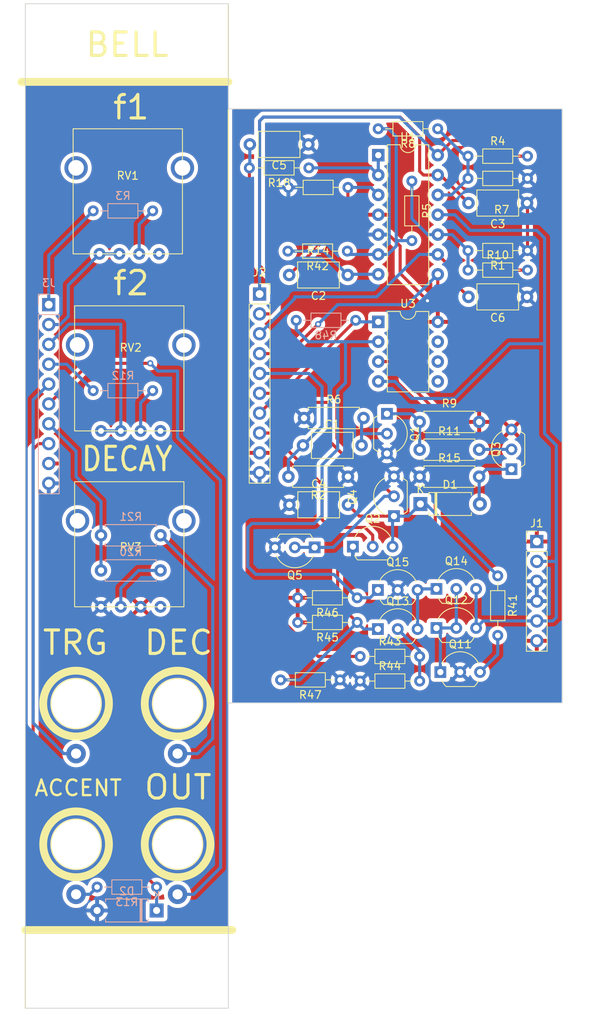
<source format=kicad_pcb>
(kicad_pcb (version 20221018) (generator pcbnew)
  (layers (0 "F.Cu" signal) (31 "B.Cu" signal) (34 "B.Paste" user) (35 "F.Paste" user) (36 "B.SilkS" user "B.Silkscreen") (37 "F.SilkS" user "F.Silkscreen") (38 "B.Mask" user) (39 "F.Mask" user) (44 "Edge.Cuts" user))
  (net 0 "")
  (net 1 "IN2")
  (net 2 "Net-(Q1-B)")
  (net 3 "Net-(C2-Pad1)")
  (net 4 "GND")
  (net 5 "ENV")
  (net 6 "BP")
  (net 7 "Net-(D1-A)")
  (net 8 "Net-(Q1-C)")
  (net 9 "Net-(U1B--)")
  (net 10 "Net-(R3-Pad1)")
  (net 11 "Net-(Q3-B)")
  (net 12 "+12V")
  (net 13 "Net-(U1A--)")
  (net 14 "Net-(Q11-C)")
  (net 15 "Net-(Q11-E)")
  (net 16 "-12V")
  (net 17 "Net-(Q13-C)")
  (net 18 "Net-(Q13-B)")
  (net 19 "Net-(Q13-E)")
  (net 20 "Net-(Q15-C)")
  (net 21 "Net-(R12-Pad1)")
  (net 22 "Net-(R20-Pad1)")
  (net 23 "f1")
  (net 24 "f2")
  (net 25 "Net-(R21-Pad1)")
  (net 29 "Net-(U1A-+)")
  (net 30 "FM1")
  (net 31 "FM2")
  (net 32 "FO1")
  (net 33 "FO2")
  (net 34 "DEC")
  (net 35 "OUT")
  (net 36 "ACC")
  (net 37 "Net-(R13-Pad1)")
  (footprint "Package_TO_SOT_THT:TO-92_Inline_Wide" (layer "F.Cu") (at 143.15 101.86)
    (fp_text reference "Q12")
    (fp_text value "BC547")
  )
  (footprint "Resistor_THT:R_Axial_DIN0207_L6.3mm_D2.5mm_P7.62mm_Horizontal" (layer "F.Cu") (at 141 82.5)
    (fp_text reference "R15")
    (fp_text value "100k")
  )
  (footprint "Resistor_THT:R_Axial_DIN0204_L3.6mm_D1.6mm_P7.62mm_Horizontal" (layer "F.Cu") (at 133.38 108.65)
    (fp_text reference "R44")
    (fp_text value "200R")
  )
  (footprint "Capacitor_THT:C_Axial_L5.1mm_D3.1mm_P7.50mm_Horizontal" (layer "F.Cu") (at 154.75 47.5 180)
    (fp_text reference "C3")
    (fp_text value "5n")
  )
  (footprint "Resistor_THT:R_Axial_DIN0204_L3.6mm_D1.6mm_P7.62mm_Horizontal" (layer "F.Cu") (at 147.19 56.08)
    (fp_text reference "R10")
    (fp_text value "100k")
  )
  (footprint "Resistor_THT:R_Axial_DIN0207_L6.3mm_D2.5mm_P7.62mm_Horizontal" (layer "F.Cu") (at 141 75.5)
    (fp_text reference "R9")
    (fp_text value "100k")
  )
  (footprint "Resistor_THT:R_Axial_DIN0204_L3.6mm_D1.6mm_P7.62mm_Horizontal" (layer "F.Cu") (at 154.81 44.35 180)
    (fp_text reference "R7")
    (fp_text value "100k")
  )
  (footprint "Capacitor_THT:C_Axial_L5.1mm_D3.1mm_P7.50mm_Horizontal" (layer "F.Cu") (at 126.75 40 180)
    (fp_text reference "C5")
    (fp_text value "5n")
  )
  (footprint "Library:aux_flush" (layer "F.Cu") (at 97 111.530351 90)
    (fp_text reference "U2" hide)
    (fp_text value "Aux_flush")
  )
  (footprint "Library:aux_flush" (layer "F.Cu") (at 110 129.530351 90)
    (fp_text reference "U10" hide)
    (fp_text value "Aux_flush")
  )
  (footprint "Resistor_THT:R_Axial_DIN0204_L3.6mm_D1.6mm_P7.62mm_Horizontal" (layer "F.Cu") (at 131.81 45.5 180)
    (fp_text reference "R14")
    (fp_text value "100k")
  )
  (footprint "Resistor_THT:R_Axial_DIN0204_L3.6mm_D1.6mm_P7.62mm_Horizontal" (layer "F.Cu") (at 130.81 108.5 180)
    (fp_text reference "R47")
    (fp_text value "200k")
  )
  (footprint "Library:aux_flush" (layer "F.Cu") (at 110 111.530351 90)
    (fp_text reference "U6" hide)
    (fp_text value "Aux_flush")
  )
  (footprint "Library:AlpsPot" (layer "F.Cu") (at 100.19 76.649)
    (fp_text reference "RV2")
    (fp_text value "R_Potentiometer")
  )
  (footprint "Capacitor_THT:C_Axial_L5.1mm_D3.1mm_P7.50mm_Horizontal" (layer "F.Cu") (at 154.75 59.5 180)
    (fp_text reference "C6")
    (fp_text value "5n")
  )
  (footprint "Capacitor_THT:C_Axial_L5.1mm_D3.1mm_P7.50mm_Horizontal" (layer "F.Cu") (at 131.79 56.7 180)
    (fp_text reference "C2")
    (fp_text value "5n")
  )
  (footprint "Connector_PinHeader_2.54mm:PinHeader_1x06_P2.54mm_Vertical" (layer "F.Cu") (at 156 90.8)
    (fp_text reference "J1")
    (fp_text value "Conn_01x06_Female")
  )
  (footprint "Resistor_THT:R_Axial_DIN0207_L6.3mm_D2.5mm_P7.62mm_Horizontal" (layer "F.Cu") (at 131.81 82.5 180)
    (fp_text reference "R2")
    (fp_text value "100k")
  )
  (footprint "Capacitor_THT:C_Axial_L5.1mm_D3.1mm_P7.50mm_Horizontal" (layer "F.Cu") (at 126.06 78.5)
    (fp_text reference "C1")
    (fp_text value "5n")
  )
  (footprint "Connector_PinSocket_2.54mm:PinSocket_1x10_P2.54mm_Vertical" (layer "F.Cu") (at 120.5 59.14)
    (fp_text reference "J2")
    (fp_text value "Conn_01x10_Pin")
  )
  (footprint "Package_TO_SOT_THT:TO-92_Inline_Wide" (layer "F.Cu") (at 135.65 97)
    (fp_text reference "Q15")
    (fp_text value "BC547")
  )
  (footprint "Diode_THT:D_A-405_P7.62mm_Horizontal" (layer "F.Cu") (at 141.09 86)
    (fp_text reference "D1")
    (fp_text value "D")
  )
  (footprint "Library:AlpsPot" (layer "F.Cu") (at 100 54)
    (fp_text reference "RV1")
    (fp_text value "R_Potentiometer")
  )
  (footprint "Package_TO_SOT_THT:TO-92_Inline_Wide" (layer "F.Cu") (at 143.15 96.86)
    (fp_text reference "Q14")
    (fp_text value "BC547")
  )
  (footprint "Package_TO_SOT_THT:TO-92_Inline_Wide" (layer "F.Cu") (at 135.65 102)
    (fp_text reference "Q13")
    (fp_text value "BC547")
  )
  (footprint "Package_TO_SOT_THT:TO-92L_Inline_Wide" (layer "F.Cu") (at 132.45 91.45)
    (fp_text reference "Q2")
    (fp_text value "BC557")
  )
  (footprint "MountingHole:MountingHole_3.2mm_M3" (layer "F.Cu") (at 112 147.5)
    (fp_text reference "REF**" hide)
    (fp_text value "MountingHole_3.2mm_M3")
  )
  (footprint "MountingHole:MountingHole_3.2mm_M3" (layer "F.Cu") (at 112 25)
    (fp_text reference "REF**" hide)
    (fp_text value "MountingHole_3.2mm_M3")
  )
  (footprint "Package_DIP:DIP-14_W7.62mm" (layer "F.Cu") (at 135.7 41.375)
    (fp_text reference "U1")
    (fp_text value "TL074")
  )
  (footprint "Resistor_THT:R_Axial_DIN0204_L3.6mm_D1.6mm_P7.62mm_Horizontal" (layer "F.Cu") (at 126.81 43 180)
    (fp_text reference "R18")
    (fp_text value "10k")
  )
  (footprint "Package_DIP:DIP-8_W7.62mm" (layer "F.Cu") (at 135.7 62.7)
    (fp_text reference "U3")
    (fp_text value "TL072")
  )
  (footprint "Package_TO_SOT_THT:TO-92L_Inline_Wide" (layer "F.Cu") (at 137.71 87.55 90)
    (fp_text reference "Q4")
    (fp_text value "BC547")
  )
  (footprint "Resistor_THT:R_Axial_DIN0204_L3.6mm_D1.6mm_P7.62mm_Horizontal" (layer "F.Cu") (at 151 95.19 -90)
    (fp_text reference "R41")
    (fp_text value "100k")
  )
  (footprint "Package_TO_SOT_THT:TO-92L_Inline_Wide" (layer "F.Cu") (at 152.76 81.55 90)
    (fp_text reference "Q3")
    (fp_text value "BC557")
  )
  (footprint "Resistor_THT:R_Axial_DIN0204_L3.6mm_D1.6mm_P7.62mm_Horizontal" (layer "F.Cu") (at 133 101.15 180)
    (fp_text reference "R45")
    (fp_text value "50k")
  )
  (footprint "Library:AlpsPot" (layer "F.Cu") (at 100.19 99.149)
    (fp_text reference "RV3")
    (fp_text value "R_Potentiometer")
  )
  (footprint "Resistor_THT:R_Axial_DIN0204_L3.6mm_D1.6mm_P7.62mm_Horizontal" (layer "F.Cu") (at 133.38 105.5)
    (fp_text reference "R43")
    (fp_text value "100k")
  )
  (footprint "Capacitor_THT:C_Axial_L5.1mm_D3.1mm_P7.50mm_Horizontal" (layer "F.Cu") (at 124.32 86.1)
    (fp_text reference "C4")
    (fp_text value "5n")
  )
  (footprint "Package_TO_SOT_THT:TO-92L_Inline_Wide" (layer "F.Cu") (at 127.55 91.55 180)
    (fp_text reference "Q5")
    (fp_text value "BC547")
  )
  (footprint "Resistor_THT:R_Axial_DIN0204_L3.6mm_D1.6mm_P7.62mm_Horizontal" (layer "F.Cu") (at 147.19 41.5)
    (fp_text reference "R4")
    (fp_text value "100k")
  )
  (footprint "Resistor_THT:R_Axial_DIN0204_L3.6mm_D1.6mm_P7.62mm_Horizontal" (layer "F.Cu") (at 154.81 53.58 180)
    (fp_text reference "R1")
    (fp_text value "100k")
  )
  (footprint "Package_TO_SOT_THT:TO-92_Inline_Wide" (layer "F.Cu") (at 143.65 107.5)
    (fp_text reference "Q11")
    (fp_text value "BC557")
  )
  (footprint "Resistor_THT:R_Axial_DIN0207_L6.3mm_D2.5mm_P7.62mm_Horizontal" (layer "F.Cu") (at 141 79.05)
    (fp_text reference "R11")
    (fp_text value "10k")
  )
  (footprint "Resistor_THT:R_Axial_DIN0204_L3.6mm_D1.6mm_P7.62mm_Horizontal" (layer "F.Cu") (at 143.31 38 180)
    (fp_text reference "R8")
    (fp_text value "100k")
  )
  (footprint "Resistor_THT:R_Axial_DIN0204_L3.6mm_D1.6mm_P7.62mm_Horizontal" (layer "F.Cu") (at 140 44.69 -90)
    (fp_text reference "R5")
    (fp_text value "100k")
  )
  (footprint "Library:aux_flush" (layer "F.Cu") (at 97 129.530351 90)
    (fp_text reference "U4" hide)
    (fp_text value "Aux_flush")
  )
  (footprint "Resistor_THT:R_Axial_DIN0204_L3.6mm_D1.6mm_P7.62mm_Horizontal" (layer "F.Cu") (at 131.74 53.65 180)
    (fp_text reference "R42")
    (fp_text value "100k")
  )
  (footprint "Package_TO_SOT_THT:TO-92L_Inline_Wide" (layer "F.Cu") (at 136.81 74.46 -90)
    (fp_text reference "Q1")
    (fp_text value "BC547")
  )
  (footprint "Resistor_THT:R_Axial_DIN0204_L3.6mm_D1.6mm_P7.62mm_Horizontal" (layer "F.Cu") (at 133 98 180)
    (fp_text reference "R46")
    (fp_text value "50k")
  )
  (footprint "Resistor_THT:R_Axial_DIN0207_L6.3mm_D2.5mm_P7.62mm_Horizontal" (layer "F.Cu") (at 126.19 75)
    (fp_text reference "R6")
    (fp_text value "100k")
  )
  (footprint "Connector_PinSocket_2.54mm:PinSocket_1x10_P2.54mm_Vertical" (layer "B.Cu") (at 93.5 60.5 180)
    (fp_text reference "J3")
    (fp_text value "Conn_01x10_Pin")
  )
  (footprint "Resistor_THT:R_Axial_DIN0204_L3.6mm_D1.6mm_P7.62mm_Horizontal" (layer "B.Cu") (at 125.19 62.5)
    (fp_text reference "R48")
    (fp_text value "200k")
  )
  (footprint "Diode_THT:D_A-405_P7.62mm_Horizontal" (layer "B.Cu") (at 107.31 138 180)
    (fp_text reference "D2")
    (fp_text value "D")
  )
  (footprint "Resistor_THT:R_Axial_DIN0207_L6.3mm_D2.5mm_P7.62mm_Horizontal" (layer "B.Cu") (at 107.81 94.5 180)
    (fp_text reference "R20")
    (fp_text value "100k")
  )
  (footprint "Resistor_THT:R_Axial_DIN0204_L3.6mm_D1.6mm_P7.62mm_Horizontal" (layer "B.Cu") (at 106.81 48.5 180)
    (fp_text reference "R3")
    (fp_text value "200R")
  )
  (footprint "Resistor_THT:R_Axial_DIN0204_L3.6mm_D1.6mm_P7.62mm_Horizontal" (layer "B.Cu") (at 99.69 135)
    (fp_text reference "R13")
    (fp_text value "1k")
  )
  (footprint "Resistor_THT:R_Axial_DIN0207_L6.3mm_D2.5mm_P7.62mm_Horizontal" (layer "B.Cu") (at 107.81 90 180)
    (fp_text reference "R21")
    (fp_text value "100k")
  )
  (footprint "Resistor_THT:R_Axial_DIN0204_L3.6mm_D1.6mm_P7.62mm_Horizontal" (layer "B.Cu") (at 106.81 71.5 180)
    (fp_text reference "R12")
    (fp_text value "200R")
  )
  (gr_line (start 116.5 22) (end 116.5 32) (stroke (width 0.15)) (layer "F.SilkS"))
  (gr_line (start 90.5 150.5) (end 90.5 140.5) (stroke (width 0.15)) (layer "F.SilkS"))
  (gr_line (start 116.5 35.5) (end 116.5 111.5) (stroke (width 0.15)) (layer "F.SilkS"))
  (gr_line (start 90.5 140.5) (end 117 140.5) (stroke (width 1)) (layer "F.SilkS"))
  (gr_line (start 116.5 32) (end 90 32) (stroke (width 1)) (layer "F.SilkS"))
  (gr_line (start 90.5 22) (end 116.5 22) (stroke (width 0.1)) (layer "Edge.Cuts"))
  (gr_line (start 159.25 111.45) (end 116.5 111.45) (stroke (width 0.1)) (layer "Edge.Cuts"))
  (gr_line (start 116.5 111.45) (end 116.5 150.5) (stroke (width 0.1)) (layer "Edge.Cuts"))
  (gr_line (start 90.5 150.5) (end 90.5 22) (stroke (width 0.1)) (layer "Edge.Cuts"))
  (gr_line (start 116.5 150.5) (end 90.5 150.5) (stroke (width 0.1)) (layer "Edge.Cuts"))
  (gr_line (start 116.5 22) (end 116.5 35.45) (stroke (width 0.1)) (layer "Edge.Cuts"))
  (gr_line (start 116.5 35.45) (end 159.25 35.45) (stroke (width 0.1)) (layer "Edge.Cuts"))
  (gr_line (start 159.25 35.45) (end 159.25 111.45) (stroke (width 0.1)) (layer "Edge.Cuts"))
  (gr_text "ACCENT\n" (at 91.5 123.5) (layer "F.SilkS") (effects (font (size 2 2) (thickness 0.3)) (justify left bottom)))
  (gr_text "f1\n" (at 101.5 37) (layer "F.SilkS") (effects (font (size 3 3) (thickness 0.4) bold) (justify left bottom)))
  (gr_text "f2" (at 101.5 59.5) (layer "F.SilkS") (effects (font (size 3 3) (thickness 0.4) bold) (justify left bottom)))
  (gr_text "TRG" (at 92.5 105.5) (layer "F.SilkS") (effects (font (size 3 3) (thickness 0.4)) (justify left bottom)))
  (gr_text "DEC" (at 105.5 105.5) (layer "F.SilkS") (effects (font (size 3 3) (thickness 0.4)) (justify left bottom)))
  (gr_text "OUT" (at 105.5 124) (layer "F.SilkS") (effects (font (size 3 3) (thickness 0.4)) (justify left bottom)))
  (gr_text "BELL" (at 98 29) (layer "F.SilkS") (effects (font (size 3 3) (thickness 0.4) bold) (justify left bottom)))
  (gr_text "DECAY" (at 97.5 82) (layer "F.SilkS") (effects (font (size 3 2.5) (thickness 0.4) bold) (justify left bottom)))
  (segment (start 126.8 69.3) (end 120.5 69.3) (width 0.4) (layer "B.Cu") (net 1))
  (segment (start 91.5 72.66) (end 93.5 70.66) (width 0.4) (layer "B.Cu") (net 1))
  (segment (start 128.5 76.06) (end 128.5 71) (width 0.4) (layer "B.Cu") (net 1))
  (segment (start 97 117.930351) (end 95.430351 117.930351) (width 0.4) (layer "B.Cu") (net 1))
  (segment (start 128.5 71) (end 126.8 69.3) (width 0.4) (layer "B.Cu") (net 1))
  (segment (start 91.5 114) (end 91.5 72.66) (width 0.4) (layer "B.Cu") (net 1))
  (segment (start 95.430351 117.930351) (end 91.5 114) (width 0.4) (layer "B.Cu") (net 1))
  (segment (start 126.06 78.5) (end 128.5 76.06) (width 0.4) (layer "B.Cu") (net 1))
  (segment (start 124.19 80.37) (end 126.06 78.5) (width 0.4) (layer "B.Cu") (net 1))
  (segment (start 124.19 82.5) (end 124.19 80.37) (width 0.4) (layer "B.Cu") (net 1))
  (segment (start 133.56 75.25) (end 133.81 75) (width 0.4) (layer "B.Cu") (net 2))
  (segment (start 136.81 77) (end 133.56 77) (width 0.4) (layer "B.Cu") (net 2))
  (segment (start 133.56 77) (end 133.56 75.25) (width 0.4) (layer "B.Cu") (net 2))
  (segment (start 133.56 78.5) (end 133.56 77) (width 0.4) (layer "B.Cu") (net 2))
  (segment (start 131.875 56.615) (end 131.79 56.7) (width 0.4) (layer "B.Cu") (net 3))
  (segment (start 124.12 53.65) (end 128.74 53.65) (width 0.4) (layer "B.Cu") (net 3))
  (segment (start 135.7 56.615) (end 131.875 56.615) (width 0.4) (layer "B.Cu") (net 3))
  (segment (start 128.74 53.65) (end 131.79 56.7) (width 0.4) (layer "B.Cu") (net 3))
  (segment (start 137.035 51.535) (end 138 52.5) (width 0.4) (layer "F.Cu") (net 4))
  (segment (start 138.5 54) (end 138.5 56.5) (width 0.4) (layer "F.Cu") (net 4))
  (segment (start 135.7 51.535) (end 137.035 51.535) (width 0.4) (layer "F.Cu") (net 4))
  (segment (start 154.81 47.56) (end 154.75 47.5) (width 0.4) (layer "F.Cu") (net 4))
  (segment (start 154.81 53.58) (end 154.81 47.56) (width 0.4) (layer "F.Cu") (net 4))
  (segment (start 138.5 56.5) (end 142 60) (width 0.4) (layer "F.Cu") (net 4))
  (segment (start 138.5 53) (end 138.5 54) (width 0.4) (layer "F.Cu") (net 4))
  (segment (start 138 52.5) (end 138.5 53) (width 0.4) (layer "F.Cu") (net 4))
  (via (at 142 60) (size 0.8) (drill 0.4) (layers "F.Cu" "B.Cu") (net 4))
  (segment (start 133.27 87.55) (end 137.71 87.55) (width 0.4) (layer "F.Cu") (net 5))
  (segment (start 131.82 86.1) (end 133.27 87.55) (width 0.4) (layer "F.Cu") (net 5))
  (segment (start 141.81 86) (end 141.09 86) (width 0.4) (layer "B.Cu") (net 5))
  (segment (start 137.71 87.55) (end 139.54 87.55) (width 0.4) (layer "B.Cu") (net 5))
  (segment (start 137.53 91.45) (end 137.53 87.73) (width 0.4) (layer "B.Cu") (net 5))
  (segment (start 137.53 87.73) (end 137.71 87.55) (width 0.4) (layer "B.Cu") (net 5))
  (segment (start 151 95.19) (end 141.81 86) (width 0.4) (layer "B.Cu") (net 5))
  (segment (start 139.54 87.55) (end 141.09 86) (width 0.4) (layer "B.Cu") (net 5))
  (segment (start 118 45.5) (end 119.19 44.31) (width 0.4) (layer "F.Cu") (net 6))
  (segment (start 128 105.5) (end 118 95.5) (width 0.4) (layer "F.Cu") (net 6))
  (segment (start 118 95.5) (end 118 45.5) (width 0.4) (layer "F.Cu") (net 6))
  (segment (start 119.19 44.31) (end 119.19 43) (width 0.4) (layer "F.Cu") (net 6))
  (segment (start 133.38 105.5) (end 128 105.5) (width 0.4) (layer "F.Cu") (net 6))
  (segment (start 119.25 42.94) (end 119.19 43) (width 0.4) (layer "B.Cu") (net 6))
  (segment (start 119.25 40) (end 119.25 42.94) (width 0.4) (layer "B.Cu") (net 6))
  (segment (start 149.57 81.55) (end 148.62 82.5) (width 0.4) (layer "B.Cu") (net 7))
  (segment (start 148.62 82.5) (end 148.62 85.91) (width 0.4) (layer "B.Cu") (net 7))
  (segment (start 148.62 85.91) (end 148.71 86) (width 0.4) (layer "B.Cu") (net 7))
  (segment (start 152.76 81.55) (end 149.57 81.55) (width 0.4) (layer "B.Cu") (net 7))
  (segment (start 139.96 74.46) (end 141 75.5) (width 0.4) (layer "B.Cu") (net 8))
  (segment (start 136.81 74.46) (end 139.96 74.46) (width 0.4) (layer "B.Cu") (net 8))
  (segment (start 141 79.05) (end 141 75.5) (width 0.4) (layer "B.Cu") (net 8))
  (segment (start 135.69 38) (end 137 38) (width 0.4) (layer "B.Cu") (net 9))
  (segment (start 140 52.31) (end 138.19 52.31) (width 0.4) (layer "B.Cu") (net 9))
  (segment (start 138 52.5) (end 138 53) (width 0.4) (layer "B.Cu") (net 9))
  (segment (start 132.165 54.075) (end 131.74 53.65) (width 0.4) (layer "B.Cu") (net 9))
  (segment (start 138 39) (end 138 52.5) (width 0.4) (layer "B.Cu") (net 9))
  (segment (start 131.81 53.58) (end 131.74 53.65) (width 0.4) (layer "B.Cu") (net 9))
  (segment (start 136.925 54.075) (end 135.7 54.075) (width 0.4) (layer "B.Cu") (net 9))
  (segment (start 135.7 54.075) (end 132.165 54.075) (width 0.4) (layer "B.Cu") (net 9))
  (segment (start 138.19 52.31) (end 138 52.5) (width 0.4) (layer "B.Cu") (net 9))
  (segment (start 137 38) (end 138 39) (width 0.4) (layer "B.Cu") (net 9))
  (segment (start 138 53) (end 136.925 54.075) (width 0.4) (layer "B.Cu") (net 9))
  (segment (start 105.08 54) (end 105.08 50.23) (width 0.4) (layer "B.Cu") (net 10))
  (segment (start 105.08 50.23) (end 106.81 48.5) (width 0.4) (layer "B.Cu") (net 10))
  (segment (start 148.66 79.01) (end 148.62 79.05) (width 0.4) (layer "B.Cu") (net 11))
  (segment (start 152.76 79.01) (end 148.66 79.01) (width 0.4) (layer "B.Cu") (net 11))
  (segment (start 135.7 41.375) (end 135.7 43.915) (width 0.4) (layer "B.Cu") (net 13))
  (segment (start 126.81 43) (end 134.785 43) (width 0.4) (layer "B.Cu") (net 13))
  (segment (start 134.785 43) (end 135.7 43.915) (width 0.4) (layer "B.Cu") (net 13))
  (segment (start 145.69 96.86) (end 145.69 101.86) (width 0.4) (layer "B.Cu") (net 14))
  (segment (start 143.65 102.36) (end 143.15 101.86) (width 0.4) (layer "B.Cu") (net 14))
  (segment (start 143.15 101.86) (end 145.69 101.86) (width 0.4) (layer "B.Cu") (net 14))
  (segment (start 143.65 107.5) (end 143.65 102.36) (width 0.4) (layer "B.Cu") (net 14))
  (segment (start 151 102.81) (end 151 105.23) (width 0.4) (layer "B.Cu") (net 15))
  (segment (start 151 105.23) (end 148.73 107.5) (width 0.4) (layer "B.Cu") (net 15))
  (segment (start 148.23 101.86) (end 148.23 101) (width 0.4) (layer "B.Cu") (net 16))
  (segment (start 157 65.5) (end 157 52) (width 0.4) (layer "B.Cu") (net 16))
  (segment (start 158.5 100.5) (end 158.5 95) (width 0.4) (layer "B.Cu") (net 16))
  (segment (start 152.5 65.5) (end 157 65.5) (width 0.4) (layer "B.Cu") (net 16))
  (segment (start 135.7 70.32) (end 137.82 70.32) (width 0.4) (layer "B.Cu") (net 16))
  (segment (start 145.495 48.995) (end 146.25 49.75) (width 0.4) (layer "B.Cu") (net 16))
  (segment (start 147.5 51) (end 146.25 49.75) (width 0.4) (layer "B.Cu") (net 16))
  (segment (start 157 65.5) (end 157 77) (width 0.4) (layer "B.Cu") (net 16))
  (segment (start 140 72.5) (end 145.5 72.5) (width 0.4) (layer "B.Cu") (net 16))
  (segment (start 149.13 100.96) (end 148.23 101.86) (width 0.4) (layer "B.Cu") (net 16))
  (segment (start 158.5 78.5) (end 158.5 95) (width 0.4) (layer "B.Cu") (net 16))
  (segment (start 145.5 72.5) (end 152.5 65.5) (width 0.4) (layer "B.Cu") (net 16))
  (segment (start 143.32 48.995) (end 145.495 48.995) (width 0.4) (layer "B.Cu") (net 16))
  (segment (start 158.5 95) (end 158.5 93.34) (width 0.4) (layer "B.Cu") (net 16))
  (segment (start 137.82 70.32) (end 140 72.5) (width 0.4) (layer "B.Cu") (net 16))
  (segment (start 156 100.96) (end 158.04 100.96) (width 0.4) (layer "B.Cu") (net 16))
  (segment (start 157 77) (end 158.5 78.5) (width 0.4) (layer "B.Cu") (net 16))
  (segment (start 157 52) (end 156 51) (width 0.4) (layer "B.Cu") (net 16))
  (segment (start 156 100.96) (end 149.13 100.96) (width 0.4) (layer "B.Cu") (net 16))
  (segment (start 148.23 101) (end 148.23 96.86) (width 0.4) (layer "B.Cu") (net 16))
  (segment (start 158.5 93.34) (end 156 93.34) (width 0.4) (layer "B.Cu") (net 16))
  (segment (start 156 51) (end 147.5 51) (width 0.4) (layer "B.Cu") (net 16))
  (segment (start 158.04 100.96) (end 158.5 100.5) (width 0.4) (layer "B.Cu") (net 16))
  (segment (start 143 74) (end 143 88.5) (width 0.4) (layer "F.Cu") (net 17))
  (segment (start 143 88.5) (end 137.5 94) (width 0.4) (layer "F.Cu") (net 17))
  (segment (start 139 70) (end 143 74) (width 0.4) (layer "F.Cu") (net 17))
  (segment (start 130.5 94) (end 130.5 98.65) (width 0.4) (layer "F.Cu") (net 17))
  (segment (start 137.5 94) (end 130.5 94) (width 0.4) (layer "F.Cu") (net 17))
  (segment (start 130.5 98.65) (end 133 101.15) (width 0.4) (layer "F.Cu") (net 17))
  (segment (start 139 69.5) (end 139 70) (width 0.4) (layer "F.Cu") (net 17))
  (segment (start 137.28 67.78) (end 139 69.5) (width 0.4) (layer "F.Cu") (net 17))
  (segment (start 135.7 67.78) (end 137.28 67.78) (width 0.4) (layer "F.Cu") (net 17))
  (segment (start 135.65 102) (end 133.85 102) (width 0.4) (layer "B.Cu") (net 17))
  (segment (start 125.65 108.5) (end 133 101.15) (width 0.4) (layer "B.Cu") (net 17))
  (segment (start 123.19 108.5) (end 125.65 108.5) (width 0.4) (layer "B.Cu") (net 17))
  (segment (start 133.85 102) (end 133 101.15) (width 0.4) (layer "B.Cu") (net 17))
  (segment (start 138.19 102) (end 141 104.81) (width 0.4) (layer "B.Cu") (net 18))
  (segment (start 141 104.81) (end 141 105.5) (width 0.4) (layer "B.Cu") (net 18))
  (segment (start 141 108.65) (end 141 105.5) (width 0.4) (layer "B.Cu") (net 18))
  (segment (start 140.73 102) (end 140.73 97) (width 0.4) (layer "B.Cu") (net 19))
  (segment (start 140.87 96.86) (end 140.73 97) (width 0.4) (layer "B.Cu") (net 19))
  (segment (start 143.15 96.86) (end 140.87 96.86) (width 0.4) (layer "B.Cu") (net 19))
  (segment (start 119.5 88.5) (end 119 89) (width 0.4) (layer "B.Cu") (net 20))
  (segment (start 133 98) (end 134.65 98) (width 0.4) (layer "B.Cu") (net 20))
  (segment (start 119 94) (end 120 95) (width 0.4) (layer "B.Cu") (net 20))
  (segment (start 125.19 63.69) (end 126.74 65.24) (width 0.4) (layer "B.Cu") (net 20))
  (segment (start 125.19 62.5) (end 125.19 63.69) (width 0.4) (layer "B.Cu") (net 20))
  (segment (start 120 95) (end 130 95) (width 0.4) (layer "B.Cu") (net 20))
  (segment (start 131.5 65.24) (end 135.7 65.24) (width 0.4) (layer "B.Cu") (net 20))
  (segment (start 130 95) (end 133 98) (width 0.4) (layer "B.Cu") (net 20))
  (segment (start 130.5 79) (end 128.5 81) (width 0.4) (layer "B.Cu") (net 20))
  (segment (start 127.5 88.5) (end 119.5 88.5) (width 0.4) (layer "B.Cu") (net 20))
  (segment (start 134.65 98) (end 135.65 97) (width 0.4) (layer "B.Cu") (net 20))
  (segment (start 128.5 81) (end 128.5 87.5) (width 0.4) (layer "B.Cu") (net 20))
  (segment (start 126.74 65.24) (end 131.5 65.24) (width 0.4) (layer "B.Cu") (net 20))
  (segment (start 131.5 70.5) (end 130.5 71.5) (width 0.4) (layer "B.Cu") (net 20))
  (segment (start 130.5 71.5) (end 130.5 79) (width 0.4) (layer "B.Cu") (net 20))
  (segment (start 128.5 87.5) (end 127.5 88.5) (width 0.4) (layer "B.Cu") (net 20))
  (segment (start 119 89) (end 119 94) (width 0.4) (layer "B.Cu") (net 20))
  (segment (start 131.5 65.24) (end 131.5 70.5) (width 0.4) (layer "B.Cu") (net 20))
  (segment (start 105.27 73.04) (end 106.81 71.5) (width 0.4) (layer "B.Cu") (net 21))
  (segment (start 105.27 76.649) (end 105.27 73.04) (width 0.4) (layer "B.Cu") (net 21))
  (segment (start 105 94.5) (end 107.81 94.5) (width 0.4) (layer "B.Cu") (net 22))
  (segment (start 102.73 99.149) (end 102.73 96.77) (width 0.4) (layer "B.Cu") (net 22))
  (segment (start 102.73 96.77) (end 105 94.5) (width 0.4) (layer "B.Cu") (net 22))
  (segment (start 143.31 38) (end 146.81 41.5) (width 0.4) (layer "B.Cu") (net 23))
  (segment (start 147.19 41.5) (end 147.19 44.35) (width 0.4) (layer "B.Cu") (net 23))
  (segment (start 143.32 46.455) (end 145.085 46.455) (width 0.4) (layer "B.Cu") (net 23))
  (segment (start 145.085 46.455) (end 147.19 44.35) (width 0.4) (layer "B.Cu") (net 23))
  (segment (start 146.81 41.5) (end 147.19 41.5) (width 0.4) (layer "B.Cu") (net 23))
  (segment (start 145.145 51.535) (end 147.19 53.58) (width 0.4) (layer "B.Cu") (net 24))
  (segment (start 142.035 51.535) (end 140 49.5) (width 0.4) (layer "B.Cu") (net 24))
  (segment (start 146.73 56.08) (end 147.19 56.08) (width 0.4) (layer "B.Cu") (net 24))
  (segment (start 140 49.5) (end 140 44.69) (width 0.4) (layer "B.Cu") (net 24))
  (segment (start 143.32 51.535) (end 142.035 51.535) (width 0.4) (layer "B.Cu") (net 24))
  (segment (start 147.19 53.58) (end 147.19 56.08) (width 0.4) (layer "B.Cu") (net 24))
  (segment (start 143.32 51.535) (end 145.145 51.535) (width 0.4) (layer "B.Cu") (net 24))
  (segment (start 114.5 96.69) (end 107.81 90) (width 0.4) (layer "B.Cu") (net 25))
  (segment (start 112.569649 117.930351) (end 114.5 116) (width 0.4) (layer "B.Cu") (net 25))
  (segment (start 110 117.930351) (end 112.569649 117.930351) (width 0.4) (layer "B.Cu") (net 25))
  (segment (start 114.5 116) (end 114.5 96.69) (width 0.4) (layer "B.Cu") (net 25))
  (segment (start 124.29 56.7) (end 131.81 49.18) (width 0.4) (layer "F.Cu") (net 29))
  (segment (start 131.81 49.18) (end 131.81 45.5) (width 0.4) (layer "F.Cu") (net 29))
  (segment (start 131.75 45.5) (end 134.745 45.5) (width 0.4) (layer "B.Cu") (net 29))
  (segment (start 134.745 45.5) (end 135.7 46.455) (width 0.4) (layer "B.Cu") (net 29))
  (segment (start 147.25 47.5) (end 143.665 43.915) (width 0.4) (layer "F.Cu") (net 30))
  (segment (start 120.5 61.68) (end 121.82 61.68) (width 0.4) (layer "F.Cu") (net 30))
  (segment (start 138.5 36.5) (end 141 39) (width 0.4) (layer "F.Cu") (net 30))
  (segment (start 141.482943 43.915) (end 143.32 43.915) (width 0.4) (layer "F.Cu") (net 30))
  (segment (start 122.5 61) (end 122.5 57.5) (width 0.4) (layer "F.Cu") (net 30))
  (segment (start 121.82 61.68) (end 122.5 61) (width 0.4) (layer "F.Cu") (net 30))
  (segment (start 120.5 55.5) (end 120.5 37) (width 0.4) (layer "F.Cu") (net 30))
  (segment (start 141 39) (end 141 43.432057) (width 0.4) (layer "F.Cu") (net 30))
  (segment (start 141 43.432057) (end 141.482943 43.915) (width 0.4) (layer "F.Cu") (net 30))
  (segment (start 122.5 57.5) (end 120.5 55.5) (width 0.4) (layer "F.Cu") (net 30))
  (segment (start 121 36.5) (end 138.5 36.5) (width 0.4) (layer "F.Cu") (net 30))
  (segment (start 120.5 37) (end 121 36.5) (width 0.4) (layer "F.Cu") (net 30))
  (segment (start 143.665 43.915) (end 143.32 43.915) (width 0.4) (layer "F.Cu") (net 30))
  (segment (start 94.96 63.04) (end 96 62) (width 0.4) (layer "B.Cu") (net 30))
  (segment (start 96 62) (end 96 58) (width 0.4) (layer "B.Cu") (net 30))
  (segment (start 93.5 63.04) (end 94.96 63.04) (width 0.4) (layer "B.Cu") (net 30))
  (segment (start 96.75 57.25) (end 100 54) (width 0.4) (layer "B.Cu") (net 30))
  (segment (start 96 58.26) (end 96 58) (width 0.4) (layer "B.Cu") (net 30))
  (segment (start 96 58) (end 96.75 57.25) (width 0.4) (layer "B.Cu") (net 30))
  (segment (start 102.54 54) (end 100 54) (width 0.4) (layer "B.Cu") (net 30))
  (segment (start 147.25 59.5) (end 145.5 57.75) (width 0.4) (layer "F.Cu") (net 31))
  (segment (start 145.5 56.255) (end 143.32 54.075) (width 0.4) (layer "F.Cu") (net 31))
  (segment (start 145.5 57.75) (end 145.5 56.255) (width 0.4) (layer "F.Cu") (net 31))
  (segment (start 120.5 64.22) (end 125 59.72) (width 0.4) (layer "B.Cu") (net 31))
  (segment (start 135.5 59.5) (end 140.925 54.075) (width 0.4) (layer "B.Cu") (net 31))
  (segment (start 140.925 54.075) (end 143.32 54.075) (width 0.4) (layer "B.Cu") (net 31))
  (segment (start 125 59.72) (end 125 59.5) (width 0.4) (layer "B.Cu") (net 31))
  (segment (start 96.08 63) (end 102.73 63) (width 0.4) (layer "B.Cu") (net 31))
  (segment (start 102.73 63) (end 102.73 76.649) (width 0.4) (layer "B.Cu") (net 31))
  (segment (start 93.5 65.58) (end 96.08 63) (width 0.4) (layer "B.Cu") (net 31))
  (segment (start 125 59.5) (end 135.5 59.5) (width 0.4) (layer "B.Cu") (net 31))
  (segment (start 100.19 76.649) (end 102.73 76.649) (width 0.4) (layer "B.Cu") (net 31))
  (segment (start 151.5 39.5) (end 145.195 39.5) (width 0.4) (layer "F.Cu") (net 32))
  (segment (start 154.81 41.5) (end 153.5 41.5) (width 0.4) (layer "F.Cu") (net 32))
  (segment (start 153.5 41.5) (end 151.5 39.5) (width 0.4) (layer "F.Cu") (net 32))
  (segment (start 145.195 39.5) (end 143.32 41.375) (width 0.4) (layer "F.Cu") (net 32))
  (segment (start 121 36.5) (end 138.445 36.5) (width 0.4) (layer "B.Cu") (net 32))
  (segment (start 93.5 60.5) (end 93.5 54.19) (width 0.4) (layer "B.Cu") (net 32))
  (segment (start 120.5 37) (end 121 36.5) (width 0.4) (layer "B.Cu") (net 32))
  (segment (start 120.5 59.14) (end 120.5 37) (width 0.4) (layer "B.Cu") (net 32))
  (segment (start 93.5 54.19) (end 99.19 48.5) (width 0.4) (layer "B.Cu") (net 32))
  (segment (start 138.445 36.5) (end 143.32 41.375) (width 0.4) (layer "B.Cu") (net 32))
  (segment (start 145.5 61) (end 143.32 58.82) (width 0.4) (layer "F.Cu") (net 33))
  (segment (start 143.32 58.82) (end 143.32 56.615) (width 0.4) (layer "F.Cu") (net 33))
  (segment (start 120.5 66.76) (end 124.24 66.76) (width 0.4) (layer "F.Cu") (net 33))
  (segment (start 124.24 66.76) (end 128 63) (width 0.4) (layer "F.Cu") (net 33))
  (segment (start 148.5 61) (end 145.5 61) (width 0.4) (layer "F.Cu") (net 33))
  (segment (start 154.81 56.08) (end 153.42 56.08) (width 0.4) (layer "F.Cu") (net 33))
  (segment (start 153.42 56.08) (end 148.5 61) (width 0.4) (layer "F.Cu") (net 33))
  (via (at 128 63) (size 0.8) (drill 0.4) (layers "F.Cu" "B.Cu") (net 33))
  (segment (start 138.5 60.5) (end 130.5 60.5) (width 0.4) (layer "B.Cu") (net 33))
  (segment (start 139.435 60.5) (end 138.5 60.5) (width 0.4) (layer "B.Cu") (net 33))
  (segment (start 130.5 60.5) (end 128 63) (width 0.4) (layer "B.Cu") (net 33))
  (segment (start 93.5 68.12) (end 95.81 68.12) (width 0.4) (layer "B.Cu") (net 33))
  (segment (start 143.32 56.615) (end 139.435 60.5) (width 0.4) (layer "B.Cu") (net 33))
  (segment (start 95.81 68.12) (end 99.19 71.5) (width 0.4) (layer "B.Cu") (net 33))
  (segment (start 133.2 80.5) (end 132 80.5) (width 0.4) (layer "F.Cu") (net 34))
  (segment (start 121.88 73) (end 120.5 74.38) (width 0.4) (layer "F.Cu") (net 34))
  (segment (start 129.5 73) (end 121.88 73) (width 0.4) (layer "F.Cu") (net 34))
  (segment (start 129.5 78) (end 129.5 73) (width 0.4) (layer "F.Cu") (net 34))
  (segment (start 132 80.5) (end 129.5 78) (width 0.4) (layer "F.Cu") (net 34))
  (segment (start 137.71 85.01) (end 133.2 80.5) (width 0.4) (layer "F.Cu") (net 34))
  (segment (start 97 82.5) (end 100.19 85.69) (width 0.4) (layer "B.Cu") (net 34))
  (segment (start 125.01 91.55) (end 127.55 91.55) (width 0.4) (layer "B.Cu") (net 34))
  (segment (start 100.19 85.69) (end 100.19 90) (width 0.4) (layer "B.Cu") (net 34))
  (segment (start 100.19 94.5) (end 100.19 90) (width 0.4) (layer "B.Cu") (net 34))
  (segment (start 136.49 85.01) (end 129.95 91.55) (width 0.4) (layer "B.Cu") (net 34))
  (segment (start 129.95 91.55) (end 127.55 91.55) (width 0.4) (layer "B.Cu") (net 34))
  (segment (start 97 79.24) (end 97 82.5) (width 0.4) (layer "B.Cu") (net 34))
  (segment (start 137.71 85.01) (end 136.49 85.01) (width 0.4) (layer "B.Cu") (net 34))
  (segment (start 93.5 75.74) (end 97 79.24) (width 0.4) (layer "B.Cu") (net 34))
  (segment (start 123.47 71.84) (end 132.81 62.5) (width 0.4) (layer "F.Cu") (net 35))
  (segment (start 120.5 71.84) (end 123.47 71.84) (width 0.4) (layer "F.Cu") (net 35))
  (segment (start 98.7 68) (end 106.5 68) (width 0.4) (layer "F.Cu") (net 35))
  (segment (start 93.5 73.2) (end 98.7 68) (width 0.4) (layer "F.Cu") (net 35))
  (via (at 106.5 68) (size 0.8) (drill 0.4) (layers "F.Cu" "B.Cu") (net 35))
  (segment (start 115.5 132.5) (end 112.069649 135.930351) (width 0.4) (layer "B.Cu") (net 35))
  (segment (start 107.5 69) (end 110 69) (width 0.4) (layer "B.Cu") (net 35))
  (segment (start 115.5 83) (end 115.5 132.5) (width 0.4) (layer "B.Cu") (net 35))
  (segment (start 106.5 68) (end 107.5 69) (width 0.4) (layer "B.Cu") (net 35))
  (segment (start 110 69) (end 110 77.5) (width 0.4) (layer "B.Cu") (net 35))
  (segment (start 133.01 62.7) (end 132.81 62.5) (width 0.4) (layer "B.Cu") (net 35))
  (segment (start 135.7 62.7) (end 133.01 62.7) (width 0.4) (layer "B.Cu") (net 35))
  (segment (start 110 77.5) (end 115.5 83) (width 0.4) (layer "B.Cu") (net 35))
  (segment (start 112.069649 135.930351) (end 110 135.930351) (width 0.4) (layer "B.Cu") (net 35))
  (segment (start 93.5 78.28) (end 92.22 78.28) (width 0.4) (layer "F.Cu") (net 36))
  (segment (start 134 89) (end 134.99 89.99) (width 0.4) (layer "F.Cu") (net 36))
  (segment (start 128.5 83.5) (end 128.5 88) (width 0.4) (layer "F.Cu") (net 36))
  (segment (start 128.5 88) (end 129.5 89) (width 0.4) (layer "F.Cu") (net 36))
  (segment (start 129.5 89) (end 134 89) (width 0.4) (layer "F.Cu") (net 36))
  (segment (start 121.92 76.92) (end 128.5 83.5) (width 0.4) (layer "F.Cu") (net 36))
  (segment (start 91.5 79) (end 91.5 119) (width 0.4) (layer "F.Cu") (net 36))
  (segment (start 91.5 119) (end 92.5 120) (width 0.4) (layer "F.Cu") (net 36))
  (segment (start 104.5 120) (end 104.5 132.19) (width 0.4) (layer "F.Cu") (net 36))
  (segment (start 104.5 132.19) (end 107.31 135) (width 0.4) (layer "F.Cu") (net 36))
  (segment (start 134.99 89.99) (end 134.99 91.45) (width 0.4) (layer "F.Cu") (net 36))
  (segment (start 92.22 78.28) (end 91.5 79) (width 0.4) (layer "F.Cu") (net 36))
  (segment (start 92.5 120) (end 104.5 120) (width 0.4) (layer "F.Cu") (net 36))
  (segment (start 120.5 76.92) (end 121.92 76.92) (width 0.4) (layer "F.Cu") (net 36))
  (segment (start 107.31 138) (end 107.31 135) (width 0.4) (layer "B.Cu") (net 36))
  (segment (start 98.759649 135.930351) (end 99.69 135) (width 0.4) (layer "B.Cu") (net 37))
  (segment (start 97 135.930351) (end 98.759649 135.930351) (width 0.4) (layer "B.Cu") (net 37))
  (zone (net 12) (net_name "+12V") (layer "F.Cu") (priority 1) (connect_pads (clearance 0.5)) (min_thickness 0.25) (fill yes (thermal_gap 0.5) (thermal_bridge_width 0.5))
    (polygon (pts (xy 117 35.5) (xy 159.5 35.5) (xy 159.5 111.5) (xy 117 111.5)))
  )
  (zone (net 12) (net_name "+12V") (layer "F.Cu") (connect_pads (clearance 0.5)) (min_thickness 0.25) (fill yes (thermal_gap 0.5) (thermal_bridge_width 0.5))
    (polygon (pts (xy 90.5 32) (xy 116.5 32) (xy 116.5 140.5) (xy 90.5 140.5)))
  )
  (zone (net 4) (net_name "GND") (layer "B.Cu") (priority 1) (connect_pads (clearance 0.5)) (min_thickness 0.25) (fill yes (thermal_gap 0.5) (thermal_bridge_width 0.5))
    (polygon (pts (xy 117 35.5) (xy 159.5 35.5) (xy 159.5 111.5) (xy 117 111.5)))
  )
  (zone (net 4) (net_name "GND") (layer "B.Cu") (connect_pads (clearance 0.5)) (min_thickness 0.25) (fill yes (thermal_gap 0.5) (thermal_bridge_width 0.5))
    (polygon (pts (xy 90.5 32) (xy 116.5 32) (xy 116.5 140.5) (xy 90.5 140.5)))
  )
)
</source>
